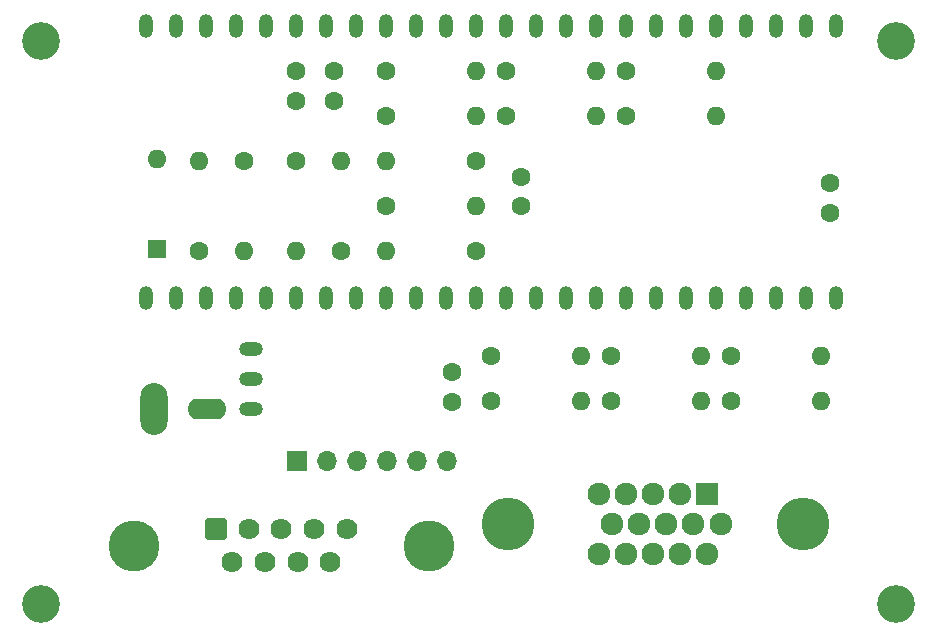
<source format=gbr>
%TF.GenerationSoftware,KiCad,Pcbnew,8.0.2*%
%TF.CreationDate,2024-05-19T15:43:29+02:00*%
%TF.ProjectId,schematic,73636865-6d61-4746-9963-2e6b69636164,rev?*%
%TF.SameCoordinates,Original*%
%TF.FileFunction,Soldermask,Bot*%
%TF.FilePolarity,Negative*%
%FSLAX46Y46*%
G04 Gerber Fmt 4.6, Leading zero omitted, Abs format (unit mm)*
G04 Created by KiCad (PCBNEW 8.0.2) date 2024-05-19 15:43:29*
%MOMM*%
%LPD*%
G01*
G04 APERTURE LIST*
G04 Aperture macros list*
%AMRoundRect*
0 Rectangle with rounded corners*
0 $1 Rounding radius*
0 $2 $3 $4 $5 $6 $7 $8 $9 X,Y pos of 4 corners*
0 Add a 4 corners polygon primitive as box body*
4,1,4,$2,$3,$4,$5,$6,$7,$8,$9,$2,$3,0*
0 Add four circle primitives for the rounded corners*
1,1,$1+$1,$2,$3*
1,1,$1+$1,$4,$5*
1,1,$1+$1,$6,$7*
1,1,$1+$1,$8,$9*
0 Add four rect primitives between the rounded corners*
20,1,$1+$1,$2,$3,$4,$5,0*
20,1,$1+$1,$4,$5,$6,$7,0*
20,1,$1+$1,$6,$7,$8,$9,0*
20,1,$1+$1,$8,$9,$2,$3,0*%
G04 Aperture macros list end*
%ADD10C,1.600000*%
%ADD11R,1.600000X1.600000*%
%ADD12O,1.600000X1.600000*%
%ADD13RoundRect,0.102000X-0.787500X-0.787500X0.787500X-0.787500X0.787500X0.787500X-0.787500X0.787500X0*%
%ADD14C,1.779000*%
%ADD15C,4.320000*%
%ADD16O,1.200000X2.000000*%
%ADD17R,1.700000X1.700000*%
%ADD18O,1.700000X1.700000*%
%ADD19O,2.000000X1.200000*%
%ADD20O,2.304000X4.404000*%
%ADD21O,3.304000X1.754000*%
%ADD22RoundRect,0.102000X-0.862500X-0.862500X0.862500X-0.862500X0.862500X0.862500X-0.862500X0.862500X0*%
%ADD23C,1.929000*%
%ADD24C,4.470000*%
%ADD25C,3.200000*%
G04 APERTURE END LIST*
D10*
%TO.C,C1*%
X141500000Y-125750000D03*
X141500000Y-123250000D03*
%TD*%
%TO.C,C4*%
X173500000Y-109750000D03*
X173500000Y-107250000D03*
%TD*%
D11*
%TO.C,D1*%
X116500000Y-112810000D03*
D12*
X116500000Y-105190000D03*
%TD*%
D13*
%TO.C,J2*%
X121460000Y-136525000D03*
D14*
X124230000Y-136525000D03*
X127000000Y-136525000D03*
X129770000Y-136525000D03*
X132540000Y-136525000D03*
X122845000Y-139365000D03*
X125615000Y-139365000D03*
X128385000Y-139365000D03*
X131155000Y-139365000D03*
D15*
X114505000Y-137945000D03*
X139495000Y-137945000D03*
%TD*%
D10*
%TO.C,R7*%
X146050000Y-101600000D03*
D12*
X153670000Y-101600000D03*
%TD*%
D10*
%TO.C,R4*%
X135890000Y-101600000D03*
D12*
X143510000Y-101600000D03*
%TD*%
D10*
%TO.C,R19*%
X123825000Y-105410000D03*
D12*
X123825000Y-113030000D03*
%TD*%
D10*
%TO.C,R15*%
X154940000Y-121920000D03*
D12*
X162560000Y-121920000D03*
%TD*%
D10*
%TO.C,R5*%
X143510000Y-105410000D03*
D12*
X135890000Y-105410000D03*
%TD*%
D16*
%TO.C,U2*%
X173990000Y-93980000D03*
X171450000Y-93980000D03*
X168910000Y-93980000D03*
X166370000Y-93980000D03*
X163830000Y-93980000D03*
X161290000Y-93980000D03*
X158750000Y-93980000D03*
X156210000Y-93980000D03*
X153670000Y-93980000D03*
X151130000Y-93980000D03*
X148590000Y-93980000D03*
X146050000Y-93980000D03*
X143510000Y-93980000D03*
X140970000Y-93980000D03*
X138430000Y-93980000D03*
X135890000Y-93980000D03*
X133350000Y-93980000D03*
X130810000Y-93980000D03*
X128270000Y-93980000D03*
X125730000Y-93980000D03*
X123190000Y-93980000D03*
X120650000Y-93980000D03*
X118110000Y-93980000D03*
X115570000Y-93980000D03*
X115570000Y-116980000D03*
X118110000Y-116980000D03*
X120650000Y-116980000D03*
X123190000Y-116980000D03*
X125730000Y-116980000D03*
X128270000Y-116980000D03*
X130810000Y-116980000D03*
X133350000Y-116980000D03*
X135890000Y-116980000D03*
X138430000Y-116980000D03*
X140970000Y-116980000D03*
X143510000Y-116980000D03*
X146050000Y-116980000D03*
X148590000Y-116980000D03*
X151130000Y-116980000D03*
X153670000Y-116980000D03*
X156210000Y-116980000D03*
X158750000Y-116980000D03*
X161290000Y-116980000D03*
X163830000Y-116980000D03*
X166370000Y-116980000D03*
X168910000Y-116980000D03*
X171450000Y-116980000D03*
X173990000Y-116980000D03*
%TD*%
D17*
%TO.C,J3*%
X128295000Y-130785000D03*
D18*
X130835000Y-130785000D03*
X133375000Y-130785000D03*
X135915000Y-130785000D03*
X138455000Y-130785000D03*
X140995000Y-130785000D03*
%TD*%
D10*
%TO.C,R16*%
X144780000Y-125730000D03*
D12*
X152400000Y-125730000D03*
%TD*%
D19*
%TO.C,JP1*%
X124460000Y-126365000D03*
X124460000Y-123825000D03*
X124460000Y-121285000D03*
%TD*%
D10*
%TO.C,R13*%
X165100000Y-125730000D03*
D12*
X172720000Y-125730000D03*
%TD*%
D10*
%TO.C,R1*%
X128270000Y-105410000D03*
D12*
X128270000Y-113030000D03*
%TD*%
D20*
%TO.C,J1*%
X116205000Y-126365000D03*
D21*
X120705000Y-126365000D03*
%TD*%
D22*
%TO.C,J5*%
X163048250Y-133572500D03*
D23*
X160758250Y-133572500D03*
X158468250Y-133572500D03*
X156178250Y-133572500D03*
X153888250Y-133572500D03*
X164193250Y-136112500D03*
X161903250Y-136112500D03*
X159613250Y-136112500D03*
X157323250Y-136112500D03*
X155033250Y-136112500D03*
X163048250Y-138652500D03*
X160758250Y-138652500D03*
X158468250Y-138652500D03*
X156178250Y-138652500D03*
X153888250Y-138652500D03*
D24*
X146223250Y-136112500D03*
X171213250Y-136112500D03*
%TD*%
D10*
%TO.C,R9*%
X156210000Y-97790000D03*
D12*
X163830000Y-97790000D03*
%TD*%
D10*
%TO.C,R3*%
X135890000Y-97790000D03*
D12*
X143510000Y-97790000D03*
%TD*%
D10*
%TO.C,R6*%
X146050000Y-97790000D03*
D12*
X153670000Y-97790000D03*
%TD*%
D10*
%TO.C,R10*%
X135890000Y-109220000D03*
D12*
X143510000Y-109220000D03*
%TD*%
D10*
%TO.C,R8*%
X156210000Y-101600000D03*
D12*
X163830000Y-101600000D03*
%TD*%
D25*
%TO.C,REF\u002A\u002A*%
X179070000Y-95250000D03*
%TD*%
D10*
%TO.C,R18*%
X120015000Y-113030000D03*
D12*
X120015000Y-105410000D03*
%TD*%
D25*
%TO.C,REF\u002A\u002A*%
X106680000Y-142875000D03*
%TD*%
D10*
%TO.C,R17*%
X144780000Y-121920000D03*
D12*
X152400000Y-121920000D03*
%TD*%
D10*
%TO.C,C2*%
X128270000Y-100290000D03*
X128270000Y-97790000D03*
%TD*%
%TO.C,C3*%
X131445000Y-97790000D03*
X131445000Y-100290000D03*
%TD*%
%TO.C,R14*%
X154940000Y-125730000D03*
D12*
X162560000Y-125730000D03*
%TD*%
D25*
%TO.C,REF\u002A\u002A*%
X179070000Y-142875000D03*
%TD*%
D10*
%TO.C,C7*%
X147320000Y-109220000D03*
X147320000Y-106720000D03*
%TD*%
%TO.C,R12*%
X165100000Y-121920000D03*
D12*
X172720000Y-121920000D03*
%TD*%
D10*
%TO.C,R2*%
X132080000Y-113030000D03*
D12*
X132080000Y-105410000D03*
%TD*%
D10*
%TO.C,R11*%
X143510000Y-113030000D03*
D12*
X135890000Y-113030000D03*
%TD*%
D25*
%TO.C,REF\u002A\u002A*%
X106680000Y-95250000D03*
%TD*%
M02*

</source>
